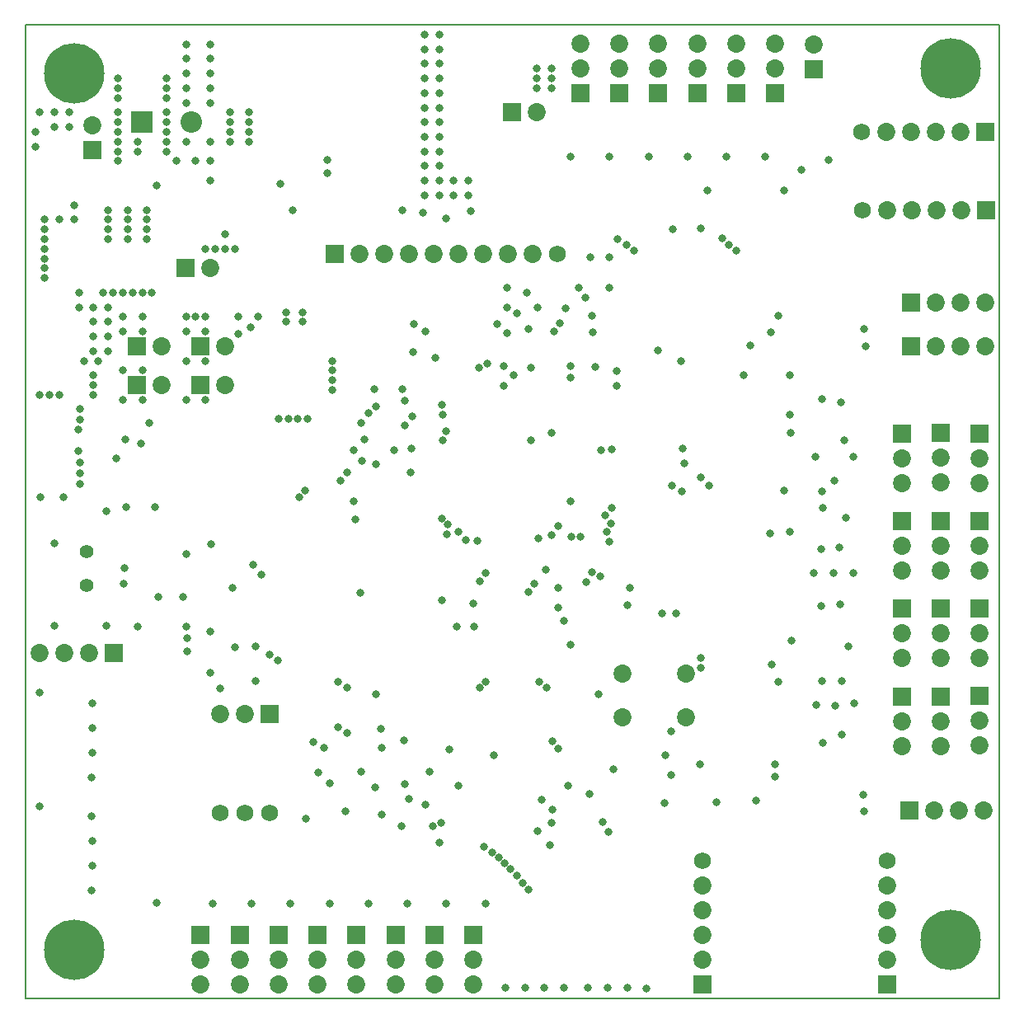
<source format=gbs>
%FSLAX25Y25*%
%MOIN*%
G70*
G01*
G75*
G04 Layer_Color=16711935*
%ADD10R,0.06000X0.04000*%
%ADD11R,0.04000X0.06000*%
%ADD12R,0.08701X0.09252*%
%ADD13R,0.09252X0.10906*%
%ADD14R,0.05000X0.08000*%
%ADD15R,0.02799X0.03201*%
%ADD16R,0.04900X0.02200*%
%ADD17R,0.05118X0.03347*%
%ADD18R,0.02756X0.02362*%
%ADD19R,0.09449X0.07087*%
%ADD20R,0.07874X0.01969*%
%ADD21R,0.08661X0.09843*%
%ADD22R,0.04000X0.02000*%
%ADD23R,0.04700X0.04100*%
%ADD24R,0.11024X0.02953*%
%ADD25R,0.18701X0.55118*%
%ADD26R,0.01181X0.01772*%
%ADD27R,0.01772X0.01181*%
%ADD28R,0.01378X0.03150*%
%ADD29R,0.03150X0.01378*%
%ADD30R,0.04331X0.02362*%
%ADD31R,0.03201X0.02799*%
G04:AMPARAMS|DCode=32|XSize=60mil|YSize=85mil|CornerRadius=0mil|HoleSize=0mil|Usage=FLASHONLY|Rotation=90.000|XOffset=0mil|YOffset=0mil|HoleType=Round|Shape=Octagon|*
%AMOCTAGOND32*
4,1,8,-0.04250,-0.01500,-0.04250,0.01500,-0.02750,0.03000,0.02750,0.03000,0.04250,0.01500,0.04250,-0.01500,0.02750,-0.03000,-0.02750,-0.03000,-0.04250,-0.01500,0.0*
%
%ADD32OCTAGOND32*%

%ADD33R,0.08500X0.06000*%
%ADD34R,0.03937X0.05512*%
%ADD35R,0.01142X0.02756*%
%ADD36R,0.11811X0.11811*%
%ADD37R,0.02756X0.01142*%
%ADD38R,0.01772X0.01772*%
%ADD39R,0.03543X0.08268*%
%ADD40R,0.12992X0.08268*%
%ADD41R,0.04213X0.08504*%
%ADD42R,0.01181X0.06496*%
%ADD43R,0.07480X0.05118*%
%ADD44R,0.07480X0.09449*%
%ADD45O,0.01181X0.06496*%
%ADD46O,0.06496X0.01181*%
%ADD47C,0.00787*%
%ADD48C,0.03937*%
%ADD49R,0.23622X0.07874*%
%ADD50R,0.25591X0.07874*%
%ADD51R,0.06299X0.01181*%
%ADD52R,0.18504X0.00394*%
%ADD53R,0.03150X0.03150*%
%ADD54R,0.21654X0.00787*%
%ADD55R,0.11811X0.03937*%
%ADD56R,0.15748X0.09843*%
%ADD57R,0.03937X0.12205*%
%ADD58R,0.12992X0.16535*%
%ADD59R,0.14961X0.24803*%
%ADD60R,0.29528X0.12598*%
%ADD61R,0.00787X0.07874*%
%ADD62R,0.06299X0.13779*%
%ADD63R,0.17717X0.07874*%
%ADD64R,0.08268X0.18898*%
%ADD65R,0.24803X0.18898*%
%ADD66R,0.24803X0.00787*%
%ADD67R,0.06299X0.07087*%
%ADD68R,0.05512X0.07480*%
%ADD69R,0.52362X0.07480*%
%ADD70R,0.19685X0.07874*%
%ADD71R,0.11417X0.11417*%
%ADD72R,0.08268X0.07480*%
%ADD73R,0.01575X0.00394*%
%ADD74R,0.30315X0.16929*%
%ADD75R,0.09843X0.13779*%
%ADD76R,0.06299X0.15748*%
%ADD77R,0.20079X0.08661*%
%ADD78R,0.14173X0.44488*%
%ADD79R,0.12992X0.43307*%
%ADD80R,0.27559X0.29528*%
%ADD81R,0.16929X0.29528*%
%ADD82R,0.16535X0.05512*%
%ADD83R,0.09449X0.09843*%
%ADD84R,0.12205X0.18898*%
%ADD85R,0.01969X0.11024*%
%ADD86R,0.00787X0.11024*%
%ADD87R,0.05906X0.21654*%
%ADD88R,0.07874X0.03937*%
%ADD89R,0.42520X0.07520*%
%ADD90R,0.32795X0.20000*%
%ADD91C,0.06500*%
%ADD92R,0.06500X0.06500*%
%ADD93C,0.06000*%
%ADD94R,0.06500X0.06500*%
%ADD95R,0.07874X0.07874*%
%ADD96C,0.07874*%
%ADD97C,0.02362*%
%ADD98C,0.23622*%
%ADD99C,0.04724*%
%ADD100C,0.04000*%
%ADD101C,0.08000*%
%ADD102C,0.07000*%
G04:AMPARAMS|DCode=103|XSize=90mil|YSize=90mil|CornerRadius=0mil|HoleSize=0mil|Usage=FLASHONLY|Rotation=0.000|XOffset=0mil|YOffset=0mil|HoleType=Round|Shape=Relief|Width=10mil|Gap=10mil|Entries=4|*
%AMTHD103*
7,0,0,0.09000,0.07000,0.01000,45*
%
%ADD103THD103*%
G04:AMPARAMS|DCode=104|XSize=100mil|YSize=100mil|CornerRadius=0mil|HoleSize=0mil|Usage=FLASHONLY|Rotation=0.000|XOffset=0mil|YOffset=0mil|HoleType=Round|Shape=Relief|Width=10mil|Gap=10mil|Entries=4|*
%AMTHD104*
7,0,0,0.10000,0.08000,0.01000,45*
%
%ADD104THD104*%
%ADD105C,0.09118*%
G04:AMPARAMS|DCode=106|XSize=111.181mil|YSize=111.181mil|CornerRadius=0mil|HoleSize=0mil|Usage=FLASHONLY|Rotation=0.000|XOffset=0mil|YOffset=0mil|HoleType=Round|Shape=Relief|Width=10mil|Gap=10mil|Entries=4|*
%AMTHD106*
7,0,0,0.11118,0.09118,0.01000,45*
%
%ADD106THD106*%
G04:AMPARAMS|DCode=107|XSize=99.37mil|YSize=99.37mil|CornerRadius=0mil|HoleSize=0mil|Usage=FLASHONLY|Rotation=0.000|XOffset=0mil|YOffset=0mil|HoleType=Round|Shape=Relief|Width=10mil|Gap=10mil|Entries=4|*
%AMTHD107*
7,0,0,0.09937,0.07937,0.01000,45*
%
%ADD107THD107*%
%ADD108C,0.07937*%
%ADD109C,0.04984*%
G04:AMPARAMS|DCode=110|XSize=69.843mil|YSize=69.843mil|CornerRadius=0mil|HoleSize=0mil|Usage=FLASHONLY|Rotation=0.000|XOffset=0mil|YOffset=0mil|HoleType=Round|Shape=Relief|Width=10mil|Gap=10mil|Entries=4|*
%AMTHD110*
7,0,0,0.06984,0.04984,0.01000,45*
%
%ADD110THD110*%
G04:AMPARAMS|DCode=111|XSize=178.11mil|YSize=178.11mil|CornerRadius=0mil|HoleSize=0mil|Usage=FLASHONLY|Rotation=0.000|XOffset=0mil|YOffset=0mil|HoleType=Round|Shape=Relief|Width=10mil|Gap=10mil|Entries=4|*
%AMTHD111*
7,0,0,0.17811,0.15811,0.01000,45*
%
%ADD111THD111*%
%ADD112C,0.07543*%
%ADD113C,0.15811*%
%ADD114C,0.01000*%
%ADD115C,0.00984*%
%ADD116C,0.02362*%
%ADD117C,0.00500*%
%ADD118C,0.00600*%
%ADD119C,0.00394*%
%ADD120C,0.01181*%
%ADD121C,0.00200*%
%ADD122C,0.00591*%
%ADD123R,0.01968X0.02953*%
%ADD124R,0.06299X0.00394*%
%ADD125R,0.07087X0.08268*%
%ADD126R,0.06800X0.04800*%
%ADD127R,0.04800X0.06800*%
%ADD128R,0.09501X0.10052*%
%ADD129R,0.10052X0.11706*%
%ADD130R,0.05800X0.08800*%
%ADD131R,0.03599X0.04001*%
%ADD132R,0.05700X0.03000*%
%ADD133R,0.05918X0.04147*%
%ADD134R,0.03556X0.03162*%
%ADD135R,0.10249X0.07887*%
%ADD136R,0.08674X0.02769*%
%ADD137R,0.09461X0.10642*%
%ADD138R,0.04800X0.02800*%
%ADD139R,0.05500X0.04900*%
%ADD140R,0.19501X0.55918*%
%ADD141R,0.01981X0.02572*%
%ADD142R,0.02572X0.01981*%
%ADD143R,0.02178X0.03950*%
%ADD144R,0.03950X0.02178*%
%ADD145R,0.05131X0.03162*%
%ADD146R,0.04001X0.03599*%
G04:AMPARAMS|DCode=147|XSize=68mil|YSize=93mil|CornerRadius=0mil|HoleSize=0mil|Usage=FLASHONLY|Rotation=90.000|XOffset=0mil|YOffset=0mil|HoleType=Round|Shape=Octagon|*
%AMOCTAGOND147*
4,1,8,-0.04650,-0.01700,-0.04650,0.01700,-0.02950,0.03400,0.02950,0.03400,0.04650,0.01700,0.04650,-0.01700,0.02950,-0.03400,-0.02950,-0.03400,-0.04650,-0.01700,0.0*
%
%ADD147OCTAGOND147*%

%ADD148R,0.09300X0.06800*%
%ADD149R,0.04737X0.06312*%
%ADD150R,0.01942X0.03556*%
%ADD151R,0.12611X0.12611*%
%ADD152R,0.03556X0.01942*%
%ADD153R,0.02572X0.02572*%
%ADD154R,0.04343X0.09068*%
%ADD155R,0.13792X0.09068*%
%ADD156R,0.05013X0.09304*%
%ADD157R,0.01981X0.07296*%
%ADD158R,0.08280X0.05918*%
%ADD159R,0.08280X0.10249*%
%ADD160O,0.01981X0.07296*%
%ADD161O,0.07296X0.01981*%
%ADD162C,0.07300*%
%ADD163R,0.07300X0.07300*%
%ADD164C,0.06800*%
%ADD165R,0.07300X0.07300*%
%ADD166R,0.08674X0.08674*%
%ADD167C,0.08674*%
%ADD168C,0.03162*%
%ADD169C,0.24422*%
%ADD170C,0.05524*%
D47*
X0Y0D02*
Y393701D01*
X393701D01*
Y0D02*
Y393701D01*
X0Y0D02*
X393701D01*
D162*
X78838Y115028D02*
D03*
X88838D02*
D03*
X55118Y263780D02*
D03*
Y248032D02*
D03*
X80866Y263780D02*
D03*
X367323Y75984D02*
D03*
X377323D02*
D03*
X387323D02*
D03*
X80709Y248032D02*
D03*
X224409Y375984D02*
D03*
Y385984D02*
D03*
X240157Y375984D02*
D03*
Y385984D02*
D03*
X255906Y375984D02*
D03*
Y385984D02*
D03*
X271654Y375984D02*
D03*
Y385984D02*
D03*
X287276Y376142D02*
D03*
Y386142D02*
D03*
X303150Y375984D02*
D03*
Y385984D02*
D03*
X206693Y358268D02*
D03*
X74803Y295276D02*
D03*
X27165Y352913D02*
D03*
X370079Y218661D02*
D03*
Y208661D02*
D03*
X354331Y218504D02*
D03*
Y208504D02*
D03*
X385827Y218504D02*
D03*
Y208504D02*
D03*
X370079Y183071D02*
D03*
Y173071D02*
D03*
X354331Y183071D02*
D03*
Y173071D02*
D03*
X385827Y183071D02*
D03*
Y173071D02*
D03*
X370079Y147795D02*
D03*
Y137795D02*
D03*
X354331Y147638D02*
D03*
Y137638D02*
D03*
X385827Y147638D02*
D03*
Y137638D02*
D03*
X370079Y112205D02*
D03*
Y102205D02*
D03*
X354331Y112205D02*
D03*
Y102205D02*
D03*
X385827Y112362D02*
D03*
Y102362D02*
D03*
X133858Y15748D02*
D03*
Y5748D02*
D03*
X118110Y15748D02*
D03*
Y5748D02*
D03*
X149606Y15748D02*
D03*
Y5748D02*
D03*
X102362Y15748D02*
D03*
Y5748D02*
D03*
X165354Y15748D02*
D03*
Y5748D02*
D03*
X86614Y15748D02*
D03*
Y5748D02*
D03*
X181102Y15748D02*
D03*
Y5748D02*
D03*
X70866Y15906D02*
D03*
Y5906D02*
D03*
X318898Y385827D02*
D03*
X267126Y131299D02*
D03*
X241535D02*
D03*
X267126Y113583D02*
D03*
X241535D02*
D03*
X367953Y263780D02*
D03*
X377953D02*
D03*
X387953D02*
D03*
X165039Y301181D02*
D03*
X155039Y301181D02*
D03*
X145039D02*
D03*
X135039D02*
D03*
X175039Y301181D02*
D03*
X185039D02*
D03*
X195039D02*
D03*
X205039D02*
D03*
X378425Y318898D02*
D03*
X368425D02*
D03*
X358425D02*
D03*
X348425D02*
D03*
X378110Y350394D02*
D03*
X368110D02*
D03*
X358110D02*
D03*
X348110D02*
D03*
X273622Y15748D02*
D03*
Y25748D02*
D03*
Y35748D02*
D03*
Y45748D02*
D03*
X348425Y15590D02*
D03*
Y25591D02*
D03*
Y35591D02*
D03*
Y45591D02*
D03*
X367953Y281496D02*
D03*
X377953D02*
D03*
X387953D02*
D03*
X25748Y139764D02*
D03*
X15748D02*
D03*
X5748D02*
D03*
D163*
X98838Y115028D02*
D03*
X45118Y263780D02*
D03*
Y248032D02*
D03*
X70866Y263780D02*
D03*
X357323Y75984D02*
D03*
X70709Y248032D02*
D03*
X196693Y358268D02*
D03*
X64803Y295276D02*
D03*
X357953Y263780D02*
D03*
X125039Y301181D02*
D03*
X388425Y318898D02*
D03*
X388110Y350394D02*
D03*
X357953Y281496D02*
D03*
X35748Y139764D02*
D03*
D164*
X78838Y75028D02*
D03*
X88838D02*
D03*
X98838D02*
D03*
X215039Y301181D02*
D03*
X338425Y318898D02*
D03*
X338110Y350394D02*
D03*
X273622Y55748D02*
D03*
X348425Y55590D02*
D03*
D165*
X224409Y365984D02*
D03*
X240157D02*
D03*
X255906D02*
D03*
X271654D02*
D03*
X287276Y366142D02*
D03*
X303150Y365984D02*
D03*
X27165Y342913D02*
D03*
X370079Y228661D02*
D03*
X354331Y228504D02*
D03*
X385827D02*
D03*
X370079Y193071D02*
D03*
X354331D02*
D03*
X385827D02*
D03*
X370079Y157795D02*
D03*
X354331Y157638D02*
D03*
X385827D02*
D03*
X370079Y122205D02*
D03*
X354331D02*
D03*
X385827Y122362D02*
D03*
X133858Y25748D02*
D03*
X118110Y25748D02*
D03*
X149606Y25748D02*
D03*
X102362D02*
D03*
X165354D02*
D03*
X86614D02*
D03*
X181102D02*
D03*
X70866Y25906D02*
D03*
X318898Y375827D02*
D03*
X273622Y5748D02*
D03*
X348425Y5591D02*
D03*
D166*
X47087Y354331D02*
D03*
D167*
X67087D02*
D03*
D168*
X223622Y287402D02*
D03*
X226378Y283465D02*
D03*
X229134Y275984D02*
D03*
X224410Y186614D02*
D03*
X186614Y256693D02*
D03*
X175197Y86213D02*
D03*
X102362Y234252D02*
D03*
X106299D02*
D03*
X110236D02*
D03*
X114173D02*
D03*
X204331Y225590D02*
D03*
Y255118D02*
D03*
X230315Y255512D02*
D03*
X220472Y251181D02*
D03*
X276378Y207480D02*
D03*
X322441Y198425D02*
D03*
X331890Y194488D02*
D03*
X329134Y182283D02*
D03*
X309055Y188583D02*
D03*
X321654Y158661D02*
D03*
X194685Y268985D02*
D03*
X190800Y272900D02*
D03*
X322441Y103543D02*
D03*
X330118Y106890D02*
D03*
X332677Y142520D02*
D03*
X220571Y143209D02*
D03*
X217717Y152756D02*
D03*
X329331Y159252D02*
D03*
X326772Y172047D02*
D03*
X257331Y155661D02*
D03*
X263142Y155661D02*
D03*
X329921Y128347D02*
D03*
X215354Y190945D02*
D03*
X212800Y187300D02*
D03*
X273000Y210600D02*
D03*
X261400Y207400D02*
D03*
X265500Y205000D02*
D03*
X189370Y98425D02*
D03*
X135307Y164047D02*
D03*
X235827Y67323D02*
D03*
X233465Y71260D02*
D03*
X226772Y168504D02*
D03*
X279528Y79528D02*
D03*
X141339Y85433D02*
D03*
X141732Y123228D02*
D03*
X231890D02*
D03*
X210630Y125591D02*
D03*
X207874Y127953D02*
D03*
X208661Y80315D02*
D03*
X212992Y103937D02*
D03*
X215504Y100937D02*
D03*
X229134Y172441D02*
D03*
X213779Y269685D02*
D03*
X266535Y216535D02*
D03*
X273228Y133858D02*
D03*
X303150Y89764D02*
D03*
Y94882D02*
D03*
X273228Y137795D02*
D03*
X272835Y94882D02*
D03*
X258661Y98425D02*
D03*
X203543Y164567D02*
D03*
X205906Y167717D02*
D03*
X212205Y62205D02*
D03*
X210433Y173425D02*
D03*
X239035Y247835D02*
D03*
X170078Y315354D02*
D03*
X179921Y318504D02*
D03*
X152362Y318898D02*
D03*
X141669Y239307D02*
D03*
X152307Y246456D02*
D03*
X165748Y259055D02*
D03*
X161811Y269685D02*
D03*
X157087Y272835D02*
D03*
X92913Y128346D02*
D03*
X244488Y166142D02*
D03*
X232283Y170866D02*
D03*
X338583Y82284D02*
D03*
X207087Y279528D02*
D03*
X202756Y285433D02*
D03*
X182874Y185236D02*
D03*
X212598Y375984D02*
D03*
Y372047D02*
D03*
Y368110D02*
D03*
X206693D02*
D03*
Y372047D02*
D03*
Y375984D02*
D03*
X173228Y330709D02*
D03*
X179134D02*
D03*
Y324803D02*
D03*
X173228D02*
D03*
X167323D02*
D03*
X161417D02*
D03*
X167323Y389764D02*
D03*
Y383858D02*
D03*
Y377953D02*
D03*
Y372047D02*
D03*
Y366142D02*
D03*
Y360236D02*
D03*
Y354331D02*
D03*
Y348425D02*
D03*
Y342520D02*
D03*
Y336614D02*
D03*
Y330709D02*
D03*
X161417D02*
D03*
Y336614D02*
D03*
Y342520D02*
D03*
Y348425D02*
D03*
Y354331D02*
D03*
Y360236D02*
D03*
Y366142D02*
D03*
Y372047D02*
D03*
Y377953D02*
D03*
Y383858D02*
D03*
Y389764D02*
D03*
X5906Y244094D02*
D03*
X9843D02*
D03*
X13780D02*
D03*
X27559D02*
D03*
Y248032D02*
D03*
Y251969D02*
D03*
X31496Y285433D02*
D03*
X35433D02*
D03*
X39370D02*
D03*
X43307D02*
D03*
X47244D02*
D03*
X51181D02*
D03*
X33465Y307087D02*
D03*
Y311024D02*
D03*
Y314961D02*
D03*
Y318898D02*
D03*
X41339Y307087D02*
D03*
Y311024D02*
D03*
Y314961D02*
D03*
Y318898D02*
D03*
X49213D02*
D03*
Y314961D02*
D03*
Y311024D02*
D03*
Y307087D02*
D03*
X82677Y358268D02*
D03*
Y354331D02*
D03*
Y350394D02*
D03*
X90551Y358268D02*
D03*
Y354331D02*
D03*
Y350394D02*
D03*
Y346457D02*
D03*
X74803D02*
D03*
X57087Y342520D02*
D03*
X45276D02*
D03*
X37402D02*
D03*
X45276Y346457D02*
D03*
X37402Y350394D02*
D03*
Y354331D02*
D03*
X57087Y358268D02*
D03*
Y354331D02*
D03*
Y350394D02*
D03*
Y346457D02*
D03*
X37402D02*
D03*
Y358268D02*
D03*
X82677Y346457D02*
D03*
X215291Y166205D02*
D03*
Y158205D02*
D03*
X243370Y158992D02*
D03*
X144004Y101378D02*
D03*
X135827Y91839D02*
D03*
X6000Y202756D02*
D03*
X15457D02*
D03*
X22106Y216831D02*
D03*
X32677Y197154D02*
D03*
X11811Y183949D02*
D03*
Y150878D02*
D03*
X53894Y162535D02*
D03*
X63736D02*
D03*
X40594Y198882D02*
D03*
X52405D02*
D03*
X301118Y188232D02*
D03*
X301906Y135083D02*
D03*
X113429Y72772D02*
D03*
X144157Y74453D02*
D03*
X143764Y109098D02*
D03*
X237689Y92744D02*
D03*
X163323Y91775D02*
D03*
X107964Y318898D02*
D03*
X138673Y38543D02*
D03*
X154421D02*
D03*
X170169D02*
D03*
X185917D02*
D03*
X122925Y38543D02*
D03*
X107177Y38543D02*
D03*
X91429D02*
D03*
X75681Y38543D02*
D03*
X219378Y86016D02*
D03*
X327165Y209342D02*
D03*
X334843Y219201D02*
D03*
X339807Y263717D02*
D03*
X339020Y75858D02*
D03*
X212728Y70929D02*
D03*
X227949Y82579D02*
D03*
X261173Y108006D02*
D03*
Y90289D02*
D03*
X152230Y69835D02*
D03*
X164699D02*
D03*
X129266Y75740D02*
D03*
X39370Y275591D02*
D03*
X47244D02*
D03*
X39370Y269685D02*
D03*
X47244D02*
D03*
X72835Y275591D02*
D03*
X68898D02*
D03*
X64961D02*
D03*
Y269685D02*
D03*
X72835D02*
D03*
X64961Y257874D02*
D03*
X72835D02*
D03*
X47244Y253937D02*
D03*
X39370D02*
D03*
X32677Y150787D02*
D03*
X309906Y144819D02*
D03*
X153154Y104331D02*
D03*
X153543Y86614D02*
D03*
X22106Y212500D02*
D03*
Y234154D02*
D03*
Y208170D02*
D03*
Y238484D02*
D03*
X129921Y212598D02*
D03*
X132677Y221653D02*
D03*
X135827Y232677D02*
D03*
X140945Y246457D02*
D03*
X36614Y218503D02*
D03*
X138582Y236614D02*
D03*
X171260Y100787D02*
D03*
X212992Y76378D02*
D03*
X129921Y107410D02*
D03*
Y125591D02*
D03*
X126378Y109843D02*
D03*
Y127953D02*
D03*
X161811Y78346D02*
D03*
X118504Y91339D02*
D03*
X155118Y80709D02*
D03*
X123228Y87008D02*
D03*
X327559Y118504D02*
D03*
X319882Y118701D02*
D03*
X203543Y270695D02*
D03*
X198819Y277165D02*
D03*
X255906Y262008D02*
D03*
X148945Y221717D02*
D03*
X313779Y335039D02*
D03*
X319488Y219201D02*
D03*
X124016Y257874D02*
D03*
Y253937D02*
D03*
Y250000D02*
D03*
Y246063D02*
D03*
X236024Y184843D02*
D03*
X156693Y261417D02*
D03*
X239173Y253740D02*
D03*
X264961Y257874D02*
D03*
X306693Y205512D02*
D03*
X232677Y221654D02*
D03*
X237008Y222047D02*
D03*
X21260Y221260D02*
D03*
Y229921D02*
D03*
X220866Y186614D02*
D03*
X220300Y255600D02*
D03*
X212800Y228900D02*
D03*
X207400Y186000D02*
D03*
X322200Y205000D02*
D03*
X229500Y269300D02*
D03*
X309358Y228831D02*
D03*
X309055Y251969D02*
D03*
Y236221D02*
D03*
X301575Y269291D02*
D03*
X304331Y127953D02*
D03*
X197244Y251968D02*
D03*
X193400Y255800D02*
D03*
Y247800D02*
D03*
X183500Y255100D02*
D03*
X304330Y275984D02*
D03*
X216142Y273228D02*
D03*
X338976Y270866D02*
D03*
X218504Y279134D02*
D03*
X201969Y4331D02*
D03*
X209842Y4331D02*
D03*
X217717Y4331D02*
D03*
X227559Y4331D02*
D03*
X235433Y4331D02*
D03*
X243307Y4331D02*
D03*
X251181Y3937D02*
D03*
X127559Y209449D02*
D03*
X136221Y217323D02*
D03*
X141732Y216142D02*
D03*
X322047Y128347D02*
D03*
X160630Y317717D02*
D03*
X287402Y302362D02*
D03*
X284252Y304724D02*
D03*
X292913Y264173D02*
D03*
X290551Y251969D02*
D03*
X281890Y307480D02*
D03*
X177953Y185433D02*
D03*
X175197Y188583D02*
D03*
X170472Y187795D02*
D03*
X170866Y191732D02*
D03*
X168504Y194095D02*
D03*
X133465Y193701D02*
D03*
X155905Y212598D02*
D03*
X156102Y222244D02*
D03*
X153543Y241732D02*
D03*
X137008Y225984D02*
D03*
X170079Y229528D02*
D03*
X168701Y236024D02*
D03*
X168504Y240158D02*
D03*
X168898Y225590D02*
D03*
X153543Y231890D02*
D03*
X156299Y235433D02*
D03*
X174409Y150394D02*
D03*
X186220Y172048D02*
D03*
X183858Y168897D02*
D03*
X183858Y125591D02*
D03*
X181496Y150394D02*
D03*
X186221Y127953D02*
D03*
X78838Y125493D02*
D03*
X207087Y67716D02*
D03*
X203543Y44094D02*
D03*
X201181Y46850D02*
D03*
X198819Y49606D02*
D03*
X196063Y52362D02*
D03*
X193701Y54724D02*
D03*
X191339Y57087D02*
D03*
X188583Y59055D02*
D03*
X185433Y61417D02*
D03*
X5661Y77803D02*
D03*
X5661Y123772D02*
D03*
X98819Y138976D02*
D03*
X101968Y136614D02*
D03*
X27008Y119449D02*
D03*
X27165Y109449D02*
D03*
X26929Y99449D02*
D03*
X26851Y89449D02*
D03*
X26850Y73701D02*
D03*
X27087Y63701D02*
D03*
X26929Y53701D02*
D03*
X26772Y43701D02*
D03*
X246063Y302362D02*
D03*
X242913Y304724D02*
D03*
X239370Y307087D02*
D03*
X322047Y242520D02*
D03*
X331102Y225590D02*
D03*
X52973Y38760D02*
D03*
X258268Y79134D02*
D03*
X261614Y311221D02*
D03*
X273228Y311417D02*
D03*
X75000Y183661D02*
D03*
X39764Y167717D02*
D03*
X92913Y142520D02*
D03*
X84646Y142126D02*
D03*
X74803Y131890D02*
D03*
Y148358D02*
D03*
X65354Y140551D02*
D03*
X64961Y150394D02*
D03*
X65354Y145669D02*
D03*
X65148Y179715D02*
D03*
X40157Y174016D02*
D03*
X91929Y175394D02*
D03*
X83662Y166142D02*
D03*
X39370Y242126D02*
D03*
X47244D02*
D03*
X64961D02*
D03*
X72835D02*
D03*
X37402Y338583D02*
D03*
X53150Y328740D02*
D03*
X74803Y330709D02*
D03*
Y338583D02*
D03*
X68898D02*
D03*
X61024D02*
D03*
X64961Y346457D02*
D03*
Y385827D02*
D03*
X74803D02*
D03*
Y379921D02*
D03*
X64961D02*
D03*
Y374016D02*
D03*
X74803D02*
D03*
X64961Y368110D02*
D03*
X74803D02*
D03*
X64961Y362205D02*
D03*
X74803D02*
D03*
X80709Y309055D02*
D03*
X72835Y303150D02*
D03*
X76772D02*
D03*
X80709D02*
D03*
X84646D02*
D03*
X17717Y358268D02*
D03*
Y352362D02*
D03*
X11811Y358268D02*
D03*
Y352362D02*
D03*
X5906Y358268D02*
D03*
X3937Y344488D02*
D03*
X86221Y268898D02*
D03*
Y275590D02*
D03*
X94095D02*
D03*
X90945Y271260D02*
D03*
X112205Y273622D02*
D03*
X105512D02*
D03*
X112205Y277559D02*
D03*
X105512D02*
D03*
X57087Y364173D02*
D03*
Y368110D02*
D03*
Y372047D02*
D03*
X37402Y364173D02*
D03*
Y368110D02*
D03*
Y372047D02*
D03*
X236221Y299606D02*
D03*
X228346Y299606D02*
D03*
X236221Y287402D02*
D03*
X194095Y4331D02*
D03*
X116397Y103682D02*
D03*
X120669Y101378D02*
D03*
X122047Y338976D02*
D03*
Y333858D02*
D03*
X103150Y329528D02*
D03*
X194819Y287465D02*
D03*
X167386Y62929D02*
D03*
X95276Y171260D02*
D03*
X168504Y161024D02*
D03*
X181102Y159906D02*
D03*
X265748Y222441D02*
D03*
X194819Y279465D02*
D03*
X168173Y70929D02*
D03*
X7874Y295276D02*
D03*
Y299213D02*
D03*
Y303150D02*
D03*
Y307087D02*
D03*
Y311024D02*
D03*
Y314961D02*
D03*
X13780D02*
D03*
X19685D02*
D03*
Y320866D02*
D03*
X23622Y257874D02*
D03*
X29528D02*
D03*
X33465Y261811D02*
D03*
Y267717D02*
D03*
Y273622D02*
D03*
X27559D02*
D03*
Y267717D02*
D03*
Y261811D02*
D03*
X33465Y279528D02*
D03*
X27559D02*
D03*
X21654D02*
D03*
Y285433D02*
D03*
X295276Y79921D02*
D03*
X7874Y291339D02*
D03*
X306693Y326772D02*
D03*
X275591Y326772D02*
D03*
X236221Y340551D02*
D03*
X251969D02*
D03*
X267717D02*
D03*
X283465D02*
D03*
X220472D02*
D03*
X299213D02*
D03*
X40551Y225984D02*
D03*
X46850Y224410D02*
D03*
X50000Y232677D02*
D03*
X220472Y201181D02*
D03*
X234251Y195275D02*
D03*
X237008Y198425D02*
D03*
X236614Y192126D02*
D03*
X235039Y188583D02*
D03*
X132677Y201181D02*
D03*
X112992Y205512D02*
D03*
X110630Y202756D02*
D03*
X324803Y338976D02*
D03*
X329724Y241051D02*
D03*
X334646Y172047D02*
D03*
X318898D02*
D03*
X321654Y181890D02*
D03*
X335039Y119291D02*
D03*
X3937Y350394D02*
D03*
X45276Y150394D02*
D03*
D169*
X19685Y19685D02*
D03*
Y374016D02*
D03*
X374016Y375984D02*
D03*
Y23622D02*
D03*
D170*
X24803Y180906D02*
D03*
Y167126D02*
D03*
M02*

</source>
